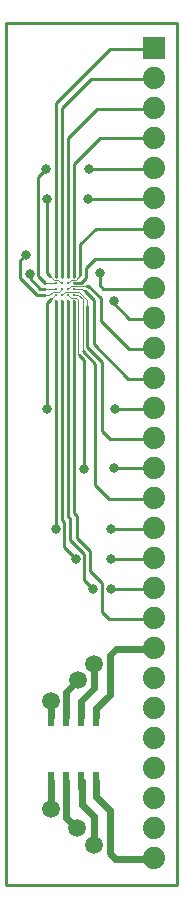
<source format=gtl>
G75*
G70*
%OFA0B0*%
%FSLAX24Y24*%
%IPPOS*%
%LPD*%
%AMOC8*
5,1,8,0,0,1.08239X$1,22.5*
%
%ADD10C,0.0100*%
%ADD11C,0.0098*%
%ADD12R,0.0236X0.0610*%
%ADD13R,0.0740X0.0740*%
%ADD14C,0.0740*%
%ADD15C,0.0317*%
%ADD16C,0.0039*%
%ADD17C,0.0236*%
%ADD18C,0.0591*%
D10*
X000151Y000151D02*
X000151Y028891D01*
X005860Y028891D01*
X005860Y000151D01*
X000151Y000151D01*
X002478Y011025D02*
X002104Y011399D01*
X002104Y012242D01*
X002017Y012328D01*
X002017Y019628D01*
X001820Y019628D02*
X001820Y012021D01*
X002214Y012431D02*
X002305Y012340D01*
X002305Y011631D01*
X002761Y011175D01*
X002761Y010324D01*
X003069Y010017D01*
X003360Y010214D02*
X002966Y010608D01*
X002966Y011269D01*
X002509Y011726D01*
X002509Y012450D01*
X002415Y012545D01*
X002415Y019624D01*
X002411Y019628D01*
X002411Y020218D02*
X002643Y020218D01*
X002813Y020387D01*
X002813Y020702D01*
X003135Y021025D01*
X005104Y021025D01*
X005104Y021041D01*
X005104Y022025D02*
X005104Y022041D01*
X005104Y022025D02*
X003151Y022025D01*
X002624Y021498D01*
X002624Y020466D01*
X002411Y020415D02*
X002411Y024171D01*
X003273Y025033D01*
X005104Y025033D01*
X005104Y025041D01*
X005104Y026017D02*
X005104Y026041D01*
X005104Y026017D02*
X003194Y026017D01*
X002214Y025037D01*
X002214Y020415D01*
X002017Y020415D02*
X002013Y020419D01*
X002013Y026057D01*
X002978Y027021D01*
X005104Y027021D01*
X005104Y027041D01*
X005104Y028021D02*
X005104Y028041D01*
X005104Y028021D02*
X003616Y028021D01*
X001820Y026226D01*
X001820Y020415D01*
X001628Y020458D02*
X001525Y020561D01*
X001525Y023021D01*
X001234Y023754D02*
X001490Y024009D01*
X001234Y023754D02*
X001234Y020443D01*
X001458Y020218D01*
X001454Y020021D02*
X001289Y020021D01*
X000939Y020372D01*
X000939Y020498D01*
X000624Y020970D02*
X000813Y021159D01*
X000624Y020970D02*
X000624Y020372D01*
X001183Y019813D01*
X001446Y019813D01*
X001651Y019671D02*
X001521Y019541D01*
X001521Y016021D01*
X002214Y012431D02*
X002214Y019628D01*
X002588Y017801D02*
X002647Y017742D01*
X002754Y017635D01*
X002754Y014029D01*
X002750Y014025D01*
X003124Y013486D02*
X003588Y013021D01*
X005104Y013021D01*
X005104Y013041D01*
X005104Y012041D02*
X005104Y012021D01*
X003659Y012021D01*
X003659Y011025D02*
X005104Y011025D01*
X005104Y011041D01*
X005104Y010041D02*
X005104Y010017D01*
X003659Y010017D01*
X003360Y009238D02*
X003580Y009017D01*
X005104Y009017D01*
X005104Y009041D01*
X005104Y014033D02*
X005104Y014041D01*
X005104Y014033D02*
X003765Y014033D01*
X003620Y015017D02*
X005104Y015017D01*
X005104Y015041D01*
X005104Y016021D02*
X005104Y016041D01*
X005104Y016021D02*
X003797Y016021D01*
X003368Y015269D02*
X003620Y015017D01*
X003368Y015269D02*
X003368Y017592D01*
X002868Y018092D01*
X002868Y019458D01*
X003080Y019643D02*
X002773Y019950D01*
X002832Y020116D02*
X002903Y020116D01*
X003320Y019698D01*
X003320Y018950D01*
X004254Y018017D01*
X005104Y018017D01*
X005104Y018041D01*
X005104Y019021D02*
X005104Y019041D01*
X005104Y019021D02*
X004254Y019021D01*
X003742Y019533D01*
X003742Y019616D01*
X003391Y020021D02*
X005104Y020021D01*
X005104Y020041D01*
X005104Y023021D02*
X005104Y023041D01*
X005104Y023021D02*
X002895Y023021D01*
X002907Y024009D02*
X005104Y024009D01*
X005104Y024041D01*
X003080Y018171D02*
X004230Y017021D01*
X005104Y017021D01*
X005104Y017041D01*
X003391Y020021D02*
X003277Y020135D01*
X003277Y020557D01*
X003080Y019643D02*
X003080Y018171D01*
X002710Y017939D02*
X003124Y017525D01*
X003124Y013486D01*
X003360Y010214D02*
X003360Y009238D01*
D11*
X002411Y019628D03*
X002411Y019824D03*
X002411Y020021D03*
X002411Y020218D03*
X002411Y020415D03*
X002214Y020415D03*
X002214Y020218D03*
X002214Y020021D03*
X002214Y019824D03*
X002214Y019628D03*
X002017Y019628D03*
X002017Y019824D03*
X002017Y020021D03*
X002017Y020218D03*
X002017Y020415D03*
X001820Y020415D03*
X001820Y020218D03*
X001820Y020021D03*
X001820Y019824D03*
X001820Y019628D03*
D12*
X001669Y005746D03*
X001669Y003620D03*
X002169Y003620D03*
X002169Y005746D03*
X002669Y005746D03*
X002669Y003620D03*
X003169Y003620D03*
X003169Y005746D03*
D13*
X005104Y028041D03*
D14*
X005104Y027041D03*
X005104Y026041D03*
X005104Y025041D03*
X005104Y024041D03*
X005104Y023041D03*
X005104Y022041D03*
X005104Y021041D03*
X005104Y020041D03*
X005104Y019041D03*
X005104Y018041D03*
X005104Y017041D03*
X005104Y016041D03*
X005104Y015041D03*
X005104Y014041D03*
X005104Y013041D03*
X005104Y012041D03*
X005104Y011041D03*
X005104Y010041D03*
X005104Y009041D03*
X005104Y008041D03*
X005104Y007041D03*
X005104Y006041D03*
X005104Y005041D03*
X005104Y004041D03*
X005104Y003041D03*
X005104Y002041D03*
X005104Y001041D03*
D15*
X003659Y010017D03*
X003659Y011025D03*
X003659Y012021D03*
X003765Y014033D03*
X003797Y016021D03*
X003742Y019616D03*
X003277Y020557D03*
X002895Y023021D03*
X002907Y024009D03*
X001525Y023021D03*
X001490Y024009D03*
X000813Y021159D03*
X000939Y020498D03*
X001521Y016021D03*
X001820Y012021D03*
X002478Y011025D03*
X003069Y010017D03*
X002750Y014025D03*
D16*
X002647Y017742D02*
X002565Y017824D01*
X002565Y019663D01*
X002502Y019726D01*
X002309Y019726D01*
X002214Y019820D01*
X002214Y019824D01*
X002108Y019919D02*
X002596Y019919D01*
X002868Y019647D01*
X002868Y019458D01*
X002710Y019679D02*
X002710Y017939D01*
X002710Y019679D02*
X002565Y019824D01*
X002411Y019824D01*
X002411Y020021D02*
X002702Y020021D01*
X002773Y019950D01*
X002832Y020116D02*
X002313Y020116D01*
X002218Y020021D01*
X002214Y020021D01*
X002108Y019919D02*
X002017Y019828D01*
X002017Y019824D01*
X001915Y019923D02*
X002013Y020021D01*
X002017Y020021D01*
X002017Y020218D02*
X001986Y020218D01*
X001887Y020317D01*
X001769Y020317D01*
X001628Y020458D01*
X001714Y019923D02*
X001604Y019813D01*
X001446Y019813D01*
X001454Y020021D02*
X001820Y020021D01*
X001915Y019923D02*
X001714Y019923D01*
X001801Y019824D02*
X001801Y019820D01*
X001651Y019671D01*
X001612Y019631D01*
X001458Y020218D02*
X001820Y020218D01*
X001801Y019824D02*
X001820Y019824D01*
X002214Y020218D02*
X002238Y020218D01*
X002336Y020317D01*
X002474Y020317D01*
X002624Y020466D01*
D17*
X003813Y008021D02*
X005104Y008021D01*
X005104Y008041D01*
X003813Y008021D02*
X003612Y007820D01*
X003612Y006478D01*
X003580Y006446D01*
X003576Y006446D01*
X003169Y006039D01*
X003169Y005746D01*
X002671Y006293D02*
X003092Y006714D01*
X003092Y007509D01*
X002671Y006293D02*
X002671Y005748D01*
X002669Y005746D01*
X002169Y006567D02*
X002572Y006970D01*
X002169Y006567D02*
X002169Y005746D01*
X002169Y003620D02*
X002171Y003618D01*
X002171Y002395D01*
X002525Y002041D01*
X003076Y002435D02*
X002683Y002828D01*
X002683Y003606D01*
X002669Y003620D01*
X003076Y002435D02*
X003076Y001490D01*
X003612Y002655D02*
X003171Y003096D01*
X003171Y003618D01*
X003169Y003620D01*
X003612Y002655D02*
X003612Y001206D01*
X003671Y001147D01*
X003679Y001147D01*
X003805Y001021D01*
X005104Y001021D01*
X005104Y001041D01*
X001659Y002671D02*
X001659Y003610D01*
X001669Y003620D01*
X001669Y005746D02*
X001669Y006287D01*
X001667Y006289D01*
D18*
X001667Y006289D03*
X001659Y002671D03*
X002525Y002041D03*
X003076Y001490D03*
X002572Y006970D03*
X003092Y007509D03*
M02*

</source>
